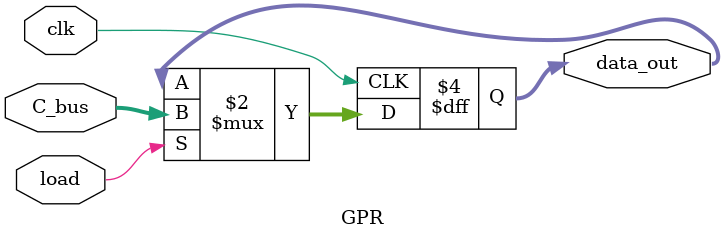
<source format=v>


module GPR(

input clk,
input load,
input [23:0] C_bus, //connects to the MIR load signal
output reg [23:0] data_out //connects to the B_bus (MUX)

);

always@(posedge clk)
	begin 
		if (load) data_out <= C_bus;
	end

endmodule 


	
</source>
